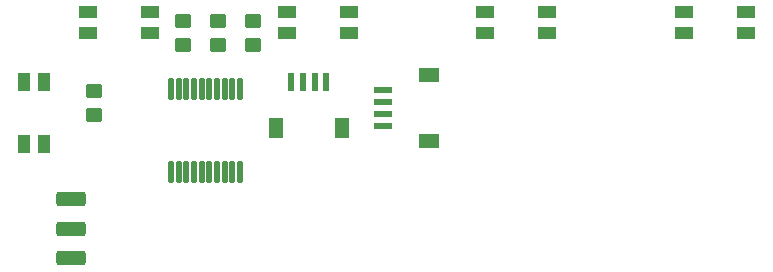
<source format=gbr>
%TF.GenerationSoftware,KiCad,Pcbnew,9.0.0*%
%TF.CreationDate,2025-07-21T10:24:21-07:00*%
%TF.ProjectId,chordlet,63686f72-646c-4657-942e-6b696361645f,rev?*%
%TF.SameCoordinates,Original*%
%TF.FileFunction,Paste,Top*%
%TF.FilePolarity,Positive*%
%FSLAX46Y46*%
G04 Gerber Fmt 4.6, Leading zero omitted, Abs format (unit mm)*
G04 Created by KiCad (PCBNEW 9.0.0) date 2025-07-21 10:24:21*
%MOMM*%
%LPD*%
G01*
G04 APERTURE LIST*
G04 Aperture macros list*
%AMRoundRect*
0 Rectangle with rounded corners*
0 $1 Rounding radius*
0 $2 $3 $4 $5 $6 $7 $8 $9 X,Y pos of 4 corners*
0 Add a 4 corners polygon primitive as box body*
4,1,4,$2,$3,$4,$5,$6,$7,$8,$9,$2,$3,0*
0 Add four circle primitives for the rounded corners*
1,1,$1+$1,$2,$3*
1,1,$1+$1,$4,$5*
1,1,$1+$1,$6,$7*
1,1,$1+$1,$8,$9*
0 Add four rect primitives between the rounded corners*
20,1,$1+$1,$2,$3,$4,$5,0*
20,1,$1+$1,$4,$5,$6,$7,0*
20,1,$1+$1,$6,$7,$8,$9,0*
20,1,$1+$1,$8,$9,$2,$3,0*%
G04 Aperture macros list end*
%ADD10R,0.600000X1.550000*%
%ADD11R,1.200000X1.800000*%
%ADD12R,1.550000X0.600000*%
%ADD13R,1.800000X1.200000*%
%ADD14RoundRect,0.240000X-1.010000X0.360000X-1.010000X-0.360000X1.010000X-0.360000X1.010000X0.360000X0*%
%ADD15R,1.550000X1.000000*%
%ADD16RoundRect,0.125000X-0.125000X0.825000X-0.125000X-0.825000X0.125000X-0.825000X0.125000X0.825000X0*%
%ADD17RoundRect,0.250000X-0.450000X0.350000X-0.450000X-0.350000X0.450000X-0.350000X0.450000X0.350000X0*%
%ADD18R,1.000000X1.550000*%
G04 APERTURE END LIST*
D10*
%TO.C,J1*%
X211419000Y-89594000D03*
X212419000Y-89594000D03*
X213419000Y-89594000D03*
X214419000Y-89594000D03*
D11*
X210119000Y-93494000D03*
X215719000Y-93494000D03*
%TD*%
D12*
%TO.C,J2*%
X219244000Y-93250000D03*
X219244000Y-92250000D03*
X219244000Y-91250000D03*
X219244000Y-90250000D03*
D13*
X223144000Y-94550000D03*
X223144000Y-88950000D03*
%TD*%
D14*
%TO.C,SW5*%
X192800000Y-99500000D03*
X192800000Y-102000000D03*
X192800000Y-104500000D03*
%TD*%
D15*
%TO.C,SW3*%
X244675000Y-83675000D03*
X249925000Y-83675000D03*
X244675000Y-85375000D03*
X249925000Y-85375000D03*
%TD*%
D16*
%TO.C,U1*%
X207125000Y-90175000D03*
X206475000Y-90175000D03*
X205825000Y-90175000D03*
X205175000Y-90175000D03*
X204525000Y-90175000D03*
X203875000Y-90175000D03*
X203225000Y-90175000D03*
X202575000Y-90175000D03*
X201925000Y-90175000D03*
X201275000Y-90175000D03*
X201275000Y-97175000D03*
X201925000Y-97175000D03*
X202575000Y-97175000D03*
X203225000Y-97175000D03*
X203875000Y-97175000D03*
X204525000Y-97175000D03*
X205175000Y-97175000D03*
X205825000Y-97175000D03*
X206475000Y-97175000D03*
X207125000Y-97175000D03*
%TD*%
D17*
%TO.C,R2*%
X208235000Y-84400000D03*
X208235000Y-86400000D03*
%TD*%
%TO.C,R3*%
X194750000Y-90350000D03*
X194750000Y-92350000D03*
%TD*%
D15*
%TO.C,SW1*%
X211070000Y-83675000D03*
X216320000Y-83675000D03*
X211070000Y-85375000D03*
X216320000Y-85375000D03*
%TD*%
%TO.C,SW2*%
X227875000Y-83675000D03*
X233125000Y-83675000D03*
X227875000Y-85375000D03*
X233125000Y-85375000D03*
%TD*%
D17*
%TO.C,R1*%
X205275000Y-84400000D03*
X205275000Y-86400000D03*
%TD*%
D18*
%TO.C,SW4*%
X188850000Y-94775000D03*
X188850000Y-89525000D03*
X190550000Y-94775000D03*
X190550000Y-89525000D03*
%TD*%
D17*
%TO.C,R4*%
X202320000Y-84400000D03*
X202320000Y-86400000D03*
%TD*%
D15*
%TO.C,SW0*%
X194225000Y-83675000D03*
X199475000Y-83675000D03*
X194225000Y-85375000D03*
X199475000Y-85375000D03*
%TD*%
M02*

</source>
